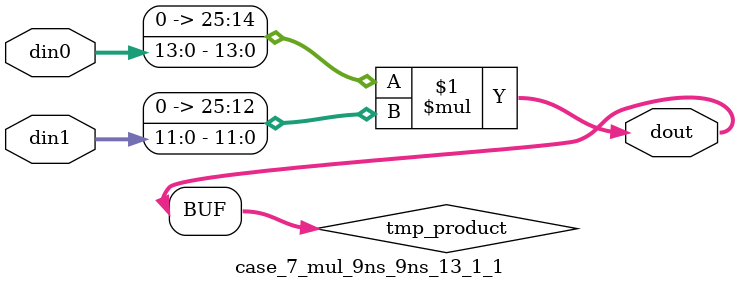
<source format=v>

`timescale 1 ns / 1 ps

 (* use_dsp = "no" *)  module case_7_mul_9ns_9ns_13_1_1(din0, din1, dout);
parameter ID = 1;
parameter NUM_STAGE = 0;
parameter din0_WIDTH = 14;
parameter din1_WIDTH = 12;
parameter dout_WIDTH = 26;

input [din0_WIDTH - 1 : 0] din0; 
input [din1_WIDTH - 1 : 0] din1; 
output [dout_WIDTH - 1 : 0] dout;

wire signed [dout_WIDTH - 1 : 0] tmp_product;
























assign tmp_product = $signed({1'b0, din0}) * $signed({1'b0, din1});











assign dout = tmp_product;





















endmodule

</source>
